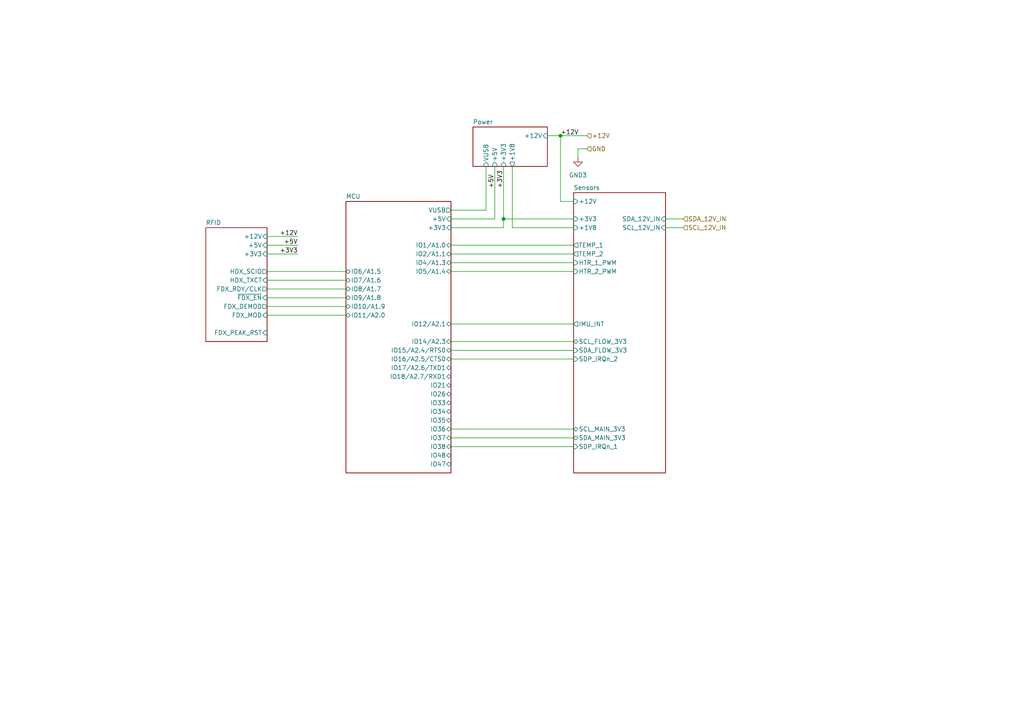
<source format=kicad_sch>
(kicad_sch (version 20230121) (generator eeschema)
  (paper "A4")
  (lib_symbols
    (symbol "power:GND3" (power) (pin_names (offset 0))
      (property "Value" "GND3" (at 0 -3.81 0))
      (symbol "GND3_0_1"
        (polyline (pts (xy 0 0) (xy 0 -1.27) (xy 1.27 -1.27) (xy 0 -2.54) (xy -1.27 -1.27) (xy 0 -1.27)))
      )
      (symbol "GND3_1_1"
        (pin power_in line (at 0 0 270) (length 0) hide (name "GND3") (number "1"))
      )
    )
  )
  (junction (at 146.05 63.5))
  (junction (at 162.56 39.37))
  (wire (pts (xy 130.81 60.96) (xy 140.97 60.96)))
  (wire (pts (xy 162.56 39.37) (xy 162.56 58.42)))
  (wire (pts (xy 77.47 91.44) (xy 100.33 91.44)))
  (wire (pts (xy 130.81 93.98) (xy 166.37 93.98)))
  (wire (pts (xy 130.81 63.5) (xy 143.51 63.5)))
  (wire (pts (xy 198.12 66.04) (xy 193.04 66.04)))
  (wire (pts (xy 130.81 129.54) (xy 166.37 129.54)))
  (wire (pts (xy 167.64 43.18) (xy 170.18 43.18)))
  (wire (pts (xy 77.47 88.9) (xy 100.33 88.9)))
  (wire (pts (xy 130.81 73.66) (xy 166.37 73.66)))
  (wire (pts (xy 162.56 39.37) (xy 170.18 39.37)))
  (wire (pts (xy 158.75 39.37) (xy 162.56 39.37)))
  (wire (pts (xy 130.81 99.06) (xy 166.37 99.06)))
  (wire (pts (xy 146.05 66.04) (xy 146.05 63.5)))
  (wire (pts (xy 130.81 71.12) (xy 166.37 71.12)))
  (wire (pts (xy 198.12 63.5) (xy 193.04 63.5)))
  (wire (pts (xy 140.97 60.96) (xy 140.97 48.26)))
  (wire (pts (xy 146.05 48.26) (xy 146.05 63.5)))
  (wire (pts (xy 130.81 66.04) (xy 146.05 66.04)))
  (wire (pts (xy 146.05 63.5) (xy 166.37 63.5)))
  (wire (pts (xy 77.47 78.74) (xy 100.33 78.74)))
  (wire (pts (xy 130.81 78.74) (xy 166.37 78.74)))
  (wire (pts (xy 130.81 104.14) (xy 166.37 104.14)))
  (wire (pts (xy 77.47 71.12) (xy 86.36 71.12)))
  (wire (pts (xy 77.47 73.66) (xy 86.36 73.66)))
  (wire (pts (xy 130.81 101.6) (xy 166.37 101.6)))
  (wire (pts (xy 77.47 68.58) (xy 86.36 68.58)))
  (wire (pts (xy 130.81 76.2) (xy 166.37 76.2)))
  (wire (pts (xy 148.59 66.04) (xy 166.37 66.04)))
  (wire (pts (xy 143.51 48.26) (xy 143.51 63.5)))
  (wire (pts (xy 167.64 45.72) (xy 167.64 43.18)))
  (wire (pts (xy 148.59 48.26) (xy 148.59 66.04)))
  (wire (pts (xy 162.56 58.42) (xy 166.37 58.42)))
  (wire (pts (xy 130.81 127) (xy 166.37 127)))
  (wire (pts (xy 77.47 83.82) (xy 100.33 83.82)))
  (wire (pts (xy 77.47 86.36) (xy 100.33 86.36)))
  (wire (pts (xy 130.81 124.46) (xy 166.37 124.46)))
  (wire (pts (xy 77.47 81.28) (xy 100.33 81.28)))
  (label "+5V" (at 143.51 54.61 90))
  (label "+5V" (at 86.36 71.12 180))
  (label "+3V3" (at 146.05 54.61 90))
  (label "+12V" (at 162.56 39.37 0))
  (label "+3V3" (at 86.36 73.66 180))
  (label "+12V" (at 86.36 68.58 180))
  (hierarchical_label "SCL_12V_IN" (shape input) (at 198.12 66.04 0))
  (hierarchical_label "GND" (shape input) (at 170.18 43.18 0))
  (hierarchical_label "SDA_12V_IN" (shape input) (at 198.12 63.5 0))
  (hierarchical_label "+12V" (shape input) (at 170.18 39.37 0))
  (symbol (lib_id "power:GND3") (at 167.64 45.72 0) (unit 1)
    (property "Reference" "#PWR0185" (effects hide))
    (property "Value" "GND3" (at 167.64 50.8 0))
  )
  (sheet (at 166.37 55.88) (size 26.67 81.28) (stroke (width 0.1524))
    (property "Sheetname" "Sensors" (at 166.37 55.1684 0) (effects (justify left bottom)))
    (property "Sheetfile" "33_flow_sensors.kicad_sch" (effects hide))
    (pin "+1V8" input (at 166.37 66.04 180))
    (pin "IMU_INT" output (at 166.37 93.98 180))
    (pin "+3V3" input (at 166.37 63.5 180))
    (pin "+12V" input (at 166.37 58.42 180))
    (pin "SCL_12V_IN" input (at 193.04 66.04 0))
    (pin "SDA_12V_IN" input (at 193.04 63.5 0))
    (pin "HTR_2_PWM" input (at 166.37 78.74 180))
    (pin "TEMP_2" output (at 166.37 73.66 180))
    (pin "HTR_1_PWM" input (at 166.37 76.2 180))
    (pin "TEMP_1" output (at 166.37 71.12 180))
    (pin "SCL_FLOW_3V3" bidirectional (at 166.37 99.06 180))
    (pin "SDA_FLOW_3V3" input (at 166.37 101.6 180))
    (pin "SDA_MAIN_3V3" bidirectional (at 166.37 127 180))
    (pin "SCL_MAIN_3V3" bidirectional (at 166.37 124.46 180))
    (pin "SDP_IRQn_2" input (at 166.37 104.14 180))
    (pin "SDP_IRQn_1" input (at 166.37 129.54 180))
  )
  (sheet (at 137.16 36.83) (size 21.59 11.43) (stroke (width 0.1524))
    (property "Sheetname" "Power" (at 137.16 36.1184 0) (effects (justify left bottom)))
    (property "Sheetfile" "32_flow_power.kicad_sch" (effects hide))
    (pin "+1V8" output (at 148.59 48.26 270))
    (pin "+3V3" input (at 146.05 48.26 270))
    (pin "+12V" input (at 158.75 39.37 0))
    (pin "+5V" input (at 143.51 48.26 270))
    (pin "VUSB" input (at 140.97 48.26 270))
  )
  (sheet (at 59.69 66.04) (size 17.78 33.02) (stroke (width 0.1524))
    (property "Sheetname" "RFID" (at 59.69 65.3284 0) (effects (justify left bottom)))
    (property "Sheetfile" "34_flow_rfid.kicad_sch" (effects hide))
    (pin "+5V" input (at 77.47 71.12 0))
    (pin "HDX_TXCT" input (at 77.47 81.28 0))
    (pin "HDX_SCIO" output (at 77.47 78.74 0))
    (pin "+12V" input (at 77.47 68.58 0))
    (pin "FDX_PEAK_RST" input (at 77.47 96.52 0))
    (pin "FDX_DEMOD" output (at 77.47 88.9 0))
    (pin "FDX_RDY{slash}CLK" output (at 77.47 83.82 0))
    (pin "FDX_MOD" input (at 77.47 91.44 0))
    (pin "~{FDX_EN}" input (at 77.47 86.36 0))
    (pin "+3V3" input (at 77.47 73.66 0))
  )
  (sheet (at 100.33 58.42) (size 30.48 78.74) (stroke (width 0.1524))
    (property "Sheetname" "MCU" (at 100.33 57.7084 0) (effects (justify left bottom)))
    (property "Sheetfile" "31_flow_mcu.kicad_sch" (effects hide))
    (pin "IO35" bidirectional (at 130.81 121.92 0))
    (pin "IO36" bidirectional (at 130.81 124.46 0))
    (pin "IO38" bidirectional (at 130.81 129.54 0))
    (pin "IO37" bidirectional (at 130.81 127 0))
    (pin "IO34" bidirectional (at 130.81 119.38 0))
    (pin "IO33" bidirectional (at 130.81 116.84 0))
    (pin "IO48" bidirectional (at 130.81 132.08 0))
    (pin "IO4{slash}A1.3" bidirectional (at 130.81 76.2 0))
    (pin "IO2{slash}A1.1" bidirectional (at 130.81 73.66 0))
    (pin "IO1{slash}A1.0" bidirectional (at 130.81 71.12 0))
    (pin "IO5{slash}A1.4" bidirectional (at 130.81 78.74 0))
    (pin "IO9{slash}A1.8" bidirectional (at 100.33 86.36 180))
    (pin "IO8{slash}A1.7" bidirectional (at 100.33 83.82 180))
    (pin "IO6{slash}A1.5" bidirectional (at 100.33 78.74 180))
    (pin "IO7{slash}A1.6" bidirectional (at 100.33 81.28 180))
    (pin "IO10{slash}A1.9" bidirectional (at 100.33 88.9 180))
    (pin "IO11{slash}A2.0" bidirectional (at 100.33 91.44 180))
    (pin "IO15{slash}A2.4{slash}RTS0" bidirectional (at 130.81 101.6 0))
    (pin "IO16{slash}A2.5{slash}CTS0" bidirectional (at 130.81 104.14 0))
    (pin "IO17{slash}A2.6{slash}TXD1" bidirectional (at 130.81 106.68 0))
    (pin "+3V3" input (at 130.81 66.04 0))
    (pin "IO26" bidirectional (at 130.81 114.3 0))
    (pin "IO21" bidirectional (at 130.81 111.76 0))
    (pin "IO47" bidirectional (at 130.81 134.62 0))
    (pin "IO18{slash}A2.7{slash}RXD1" bidirectional (at 130.81 109.22 0))
    (pin "VUSB" output (at 130.81 60.96 0))
    (pin "+5V" input (at 130.81 63.5 0))
    (pin "IO12{slash}A2.1" bidirectional (at 130.81 93.98 0))
    (pin "IO14{slash}A2.3" bidirectional (at 130.81 99.06 0))
  )
)
</source>
